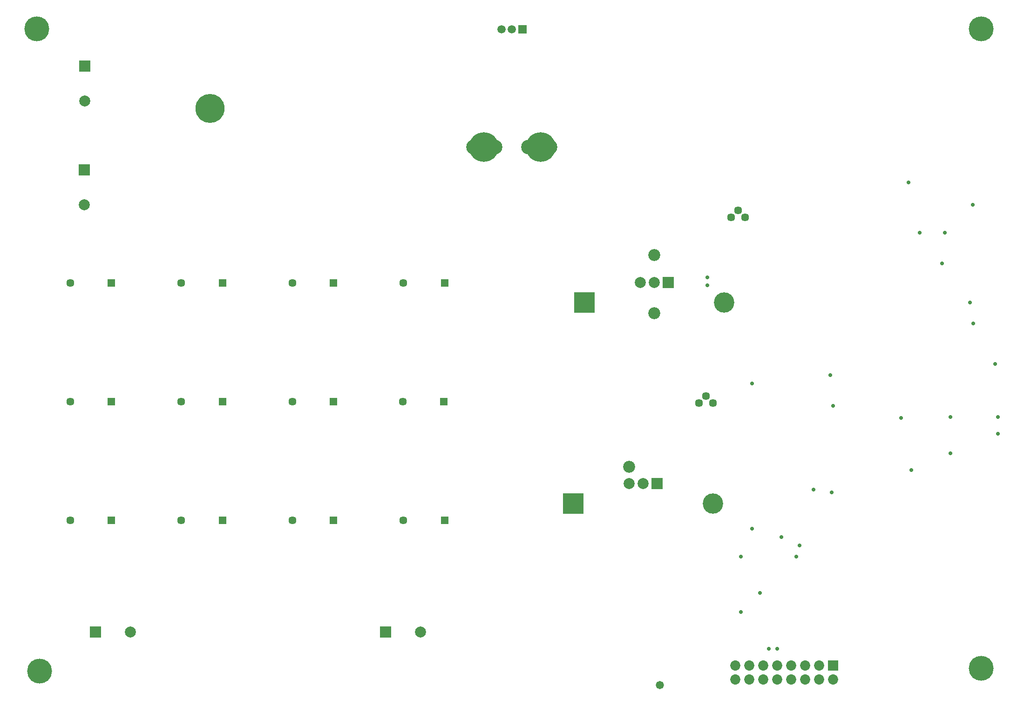
<source format=gbs>
G04*
G04 #@! TF.GenerationSoftware,Altium Limited,Altium Designer,21.5.1 (32)*
G04*
G04 Layer_Color=16711935*
%FSLAX43Y43*%
%MOMM*%
G71*
G04*
G04 #@! TF.SameCoordinates,33522A81-C26F-4337-840D-2BD66AE4F990*
G04*
G04*
G04 #@! TF.FilePolarity,Negative*
G04*
G01*
G75*
%ADD26C,5.400*%
%ADD31R,3.700X3.700*%
%ADD32C,3.700*%
%ADD33R,2.000X2.000*%
%ADD34C,2.000*%
%ADD35C,1.500*%
%ADD36R,1.500X1.500*%
G04:AMPARAMS|DCode=37|XSize=6.6mm|YSize=2.6mm|CornerRadius=1.3mm|HoleSize=0mm|Usage=FLASHONLY|Rotation=180.000|XOffset=0mm|YOffset=0mm|HoleType=Round|Shape=RoundedRectangle|*
%AMROUNDEDRECTD37*
21,1,6.600,0.000,0,0,180.0*
21,1,4.000,2.600,0,0,180.0*
1,1,2.600,-2.000,0.000*
1,1,2.600,2.000,0.000*
1,1,2.600,2.000,0.000*
1,1,2.600,-2.000,0.000*
%
%ADD37ROUNDEDRECTD37*%
%ADD38R,2.003X2.003*%
%ADD39C,2.003*%
%ADD40C,1.450*%
%ADD41R,1.450X1.450*%
%ADD42R,2.003X2.003*%
%ADD43C,1.853*%
%ADD44R,1.853X1.853*%
%ADD45C,4.521*%
%ADD46C,0.711*%
%ADD47C,1.473*%
%ADD48C,2.184*%
%ADD49C,5.283*%
D26*
X121074Y101983D02*
D03*
X110725D02*
D03*
D31*
X129032Y73660D02*
D03*
X127000Y37084D02*
D03*
D32*
X154432Y73660D02*
D03*
X152400Y37084D02*
D03*
D33*
X144282Y77355D02*
D03*
X142250Y40779D02*
D03*
D34*
X141732Y77355D02*
D03*
X139182D02*
D03*
X137150Y40779D02*
D03*
X139700D02*
D03*
D35*
X115824Y123382D02*
D03*
X113914D02*
D03*
D36*
X117734D02*
D03*
D37*
X120824Y101983D02*
D03*
X110824D02*
D03*
D38*
X38176Y116688D02*
D03*
X38100Y97790D02*
D03*
D39*
X38176Y110338D02*
D03*
X46482Y13716D02*
D03*
X38100Y91440D02*
D03*
X99187Y13716D02*
D03*
D40*
X75930Y34011D02*
D03*
X55737D02*
D03*
X35544D02*
D03*
X149860Y55372D02*
D03*
X151130Y56642D02*
D03*
X152400Y55372D02*
D03*
X155702Y89154D02*
D03*
X156972Y90424D02*
D03*
X158242Y89154D02*
D03*
X55737Y55601D02*
D03*
X95996D02*
D03*
X96123Y77191D02*
D03*
X75930D02*
D03*
X55737D02*
D03*
X35544D02*
D03*
Y55601D02*
D03*
X75930D02*
D03*
X96123Y34011D02*
D03*
D41*
X83430D02*
D03*
X63237D02*
D03*
X43044D02*
D03*
X63237Y55601D02*
D03*
X103496D02*
D03*
X103623Y77191D02*
D03*
X83430D02*
D03*
X63237D02*
D03*
X43044D02*
D03*
Y55601D02*
D03*
X83430D02*
D03*
X103623Y34011D02*
D03*
D42*
X40132Y13716D02*
D03*
X92837D02*
D03*
D43*
X161544Y5080D02*
D03*
Y7620D02*
D03*
X164084Y5080D02*
D03*
Y7620D02*
D03*
X171704Y5080D02*
D03*
Y7620D02*
D03*
X174244Y5080D02*
D03*
X169164Y7620D02*
D03*
Y5080D02*
D03*
X166624Y7620D02*
D03*
Y5080D02*
D03*
X159004Y7620D02*
D03*
X156464D02*
D03*
X159004Y5080D02*
D03*
X156464D02*
D03*
D44*
X174244Y7620D02*
D03*
D45*
X201168Y7112D02*
D03*
X29464Y123444D02*
D03*
X29972Y6604D02*
D03*
X201168Y123444D02*
D03*
D46*
X167513Y27432D02*
D03*
X168148Y29464D02*
D03*
X173997Y39127D02*
D03*
X194056Y80772D02*
D03*
X204216Y52832D02*
D03*
Y49784D02*
D03*
Y52832D02*
D03*
X203708Y62484D02*
D03*
X199136Y73660D02*
D03*
X189992Y86360D02*
D03*
X195580Y46228D02*
D03*
Y52832D02*
D03*
X170688Y39624D02*
D03*
X159512Y32512D02*
D03*
X157480Y27432D02*
D03*
X186563Y52705D02*
D03*
X188468Y43180D02*
D03*
X160916Y20828D02*
D03*
X157480Y17392D02*
D03*
X164846Y30988D02*
D03*
X199644Y91440D02*
D03*
X187960Y95504D02*
D03*
X194564Y86360D02*
D03*
X162560Y10668D02*
D03*
X164084D02*
D03*
X159512Y58928D02*
D03*
X199714Y69834D02*
D03*
X151384Y76832D02*
D03*
X151384Y78232D02*
D03*
X173736Y60452D02*
D03*
X174244Y54864D02*
D03*
D47*
X142748Y4064D02*
D03*
D48*
X137193Y43810D02*
D03*
X141706Y71710D02*
D03*
X141732Y82296D02*
D03*
D49*
X60960Y108966D02*
D03*
M02*

</source>
